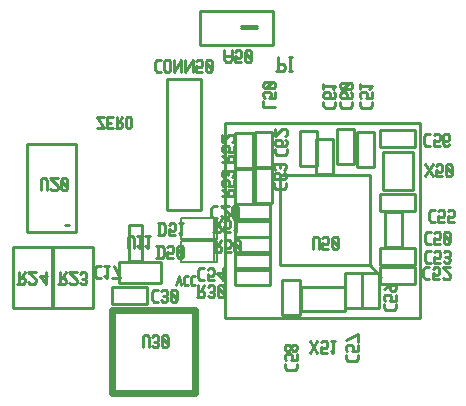
<source format=gbr>
G04 start of page 10 for group -4078 idx -4078 *
G04 Title: bluenodes actor 52832 19, bottomsilk *
G04 Creator: pcb.exe 20130205 *
G04 CreationDate: 10.05.2017 20:52:52 UTC *
G04 Format: Gerber/RS-274X *
G04 PCB-Dimensions (mil): 1496.06 1299.21 *
G04 PCB-Coordinate-Origin: lower left *
%MOIN*%
%FSLAX25Y25*%
%LNBOTTOMSILK*%
%ADD292C,0.0080*%
%ADD291C,0.0218*%
%ADD290C,0.0099*%
%ADD289C,0.0100*%
G54D289*X88946Y109388D02*Y113868D01*
X88386Y109388D02*X90626D01*
X91186Y109948D01*
Y111068D01*
X90626Y111628D02*X91186Y111068D01*
X88946Y111628D02*X90626D01*
X92530Y109388D02*X93650D01*
X93090D02*Y113868D01*
X92530D02*X93650D01*
X28701Y90378D02*X30926D01*
X28701Y93938D02*X30926Y90378D01*
X28701Y93938D02*X30926D01*
X31994Y91980D02*X33329D01*
X31994Y93938D02*X33774D01*
X31994Y90378D02*Y93938D01*
Y90378D02*X33774D01*
X34842D02*X36622D01*
X37067Y90823D01*
Y91713D01*
X36622Y92158D02*X37067Y91713D01*
X35287Y92158D02*X36622D01*
X35287Y90378D02*Y93938D01*
X35999Y92158D02*X37067Y93938D01*
X38135Y90823D02*Y93493D01*
Y90823D02*X38580Y90378D01*
X39470D01*
X39915Y90823D01*
Y93493D01*
X39470Y93938D02*X39915Y93493D01*
X38580Y93938D02*X39470D01*
X38135Y93493D02*X38580Y93938D01*
X55039Y37876D02*X55789Y40876D01*
X56539Y37876D01*
X57964Y40876D02*X58939D01*
X57439Y40351D02*X57964Y40876D01*
X57439Y38401D02*Y40351D01*
Y38401D02*X57964Y37876D01*
X58939D01*
X60364Y40876D02*X61339D01*
X59839Y40351D02*X60364Y40876D01*
X59839Y38401D02*Y40351D01*
Y38401D02*X60364Y37876D01*
X61339D01*
X469Y50712D02*X14097D01*
X469D02*Y30390D01*
X14097D01*
Y50712D02*Y30390D01*
X13658Y50712D02*X27286D01*
X13658D02*Y30390D01*
X27286D01*
Y50712D02*Y30390D01*
X50042Y45437D02*Y38501D01*
X36020Y45437D02*X50042D01*
X36020D02*Y38501D01*
X50042D01*
X39099Y46029D02*X43499D01*
Y58029D02*Y46029D01*
X39099Y57929D02*Y46129D01*
X39199Y58029D02*X43499D01*
X33501Y37208D02*Y31454D01*
X45161D01*
Y37208D02*Y31454D01*
X33501Y37208D02*X45161D01*
G54D290*X5315Y85039D02*X21457D01*
X5315D02*Y55512D01*
X21457D01*
Y85039D02*Y55512D01*
X17913Y57874D02*X19291D01*
G54D291*X33701Y1890D02*X61260D01*
Y29449D01*
X33701D01*
Y1890D01*
G54D290*X63386Y106693D02*Y62835D01*
Y106693D02*X63346Y106732D01*
X51811D02*X63346D01*
X51811D02*X51772Y106693D01*
Y62835D01*
X63386D01*
G54D289*X81178Y65233D02*X86932D01*
Y76893D01*
X81178D02*X86932D01*
X81178Y65233D02*Y76893D01*
X74682Y65036D02*X80436D01*
Y76696D02*Y65036D01*
X74682Y76696D02*X80436D01*
X74682D02*Y65036D01*
X134570Y68231D02*Y62477D01*
X122910Y68231D02*X134570D01*
X122910D02*Y62477D01*
X134570D01*
G54D292*X68748Y60390D02*Y53390D01*
X56748D02*X68748D01*
X56748Y60390D02*Y53390D01*
Y60390D02*X68748D01*
X67748D02*Y53390D01*
X68748Y52713D02*Y45713D01*
X56748D02*X68748D01*
X56748Y52713D02*Y45713D01*
Y52713D02*X68748D01*
X67748D02*Y45713D01*
G54D289*X124094Y82244D02*Y69646D01*
X133937D01*
Y82244D02*Y69646D01*
X124094Y82244D02*X133937D01*
X124485Y62129D02*X130239D01*
X124485D02*Y50469D01*
X130239D01*
Y62129D02*Y50469D01*
X101549Y86434D02*X107303D01*
X101549D02*Y74774D01*
X107303D01*
Y86434D02*Y74774D01*
X123022Y89555D02*Y83801D01*
X134682D01*
Y89555D02*Y83801D01*
X123022Y89555D02*X134682D01*
X108580Y78146D02*X114334D01*
Y89806D02*Y78146D01*
X108580Y89806D02*X114334D01*
X108580D02*Y78146D01*
X115221Y88832D02*X120975D01*
X115221D02*Y77172D01*
X120975D01*
Y88832D02*Y77172D01*
X74682Y64885D02*Y59131D01*
X86342D01*
Y64885D02*Y59131D01*
X74682Y64885D02*X86342D01*
X86302Y48743D02*Y42989D01*
X74642Y48743D02*X86302D01*
X74642D02*Y42989D01*
X86302D01*
X86342Y54019D02*Y48265D01*
X74682Y54019D02*X86342D01*
X74682D02*Y48265D01*
X86342D01*
Y59806D02*Y54052D01*
X74682Y59806D02*X86342D01*
X74682D02*Y54052D01*
X86342D01*
X86302Y43546D02*Y37792D01*
X74642Y43546D02*X86302D01*
X74642D02*Y37792D01*
X86302D01*
X96614Y29213D02*X111181D01*
Y37087D02*Y29213D01*
X96614Y37087D02*Y29213D01*
Y37087D02*X111181D01*
X90430Y27831D02*X96184D01*
Y39491D02*Y27831D01*
X90430Y39491D02*X96184D01*
X90430D02*Y27831D01*
X111099Y30194D02*X116853D01*
Y41854D02*Y30194D01*
X111099Y41854D02*X116853D01*
X111099D02*Y30194D01*
X117005D02*X122759D01*
Y41854D02*Y30194D01*
X117005Y41854D02*X122759D01*
X117005D02*Y30194D01*
X89567Y74409D02*Y44488D01*
X119488D01*
Y74409D02*Y44488D01*
X89567Y74409D02*X119488D01*
Y44488D02*X123425Y40551D01*
G54D290*X71417Y26969D02*X136378D01*
Y91929D01*
X71417D01*
Y26969D01*
G54D289*X134571Y50318D02*Y44564D01*
X122911Y50318D02*X134571D01*
X122911D02*Y44564D01*
X134571D01*
X122911Y44019D02*Y38265D01*
X134571D01*
Y44019D02*Y38265D01*
X122911Y44019D02*X134571D01*
G54D290*X62795Y117913D02*X87205D01*
Y129331D02*Y117913D01*
X62795Y129331D02*X87205D01*
X62795D02*Y117913D01*
X76575Y123425D02*X82087D01*
X76575Y124213D02*X82087D01*
G54D289*X81178Y88901D02*X86932D01*
X81178D02*Y77241D01*
X86932D01*
Y88901D02*Y77241D01*
X74682Y77044D02*X80436D01*
Y88704D02*Y77044D01*
X74682Y88704D02*X80436D01*
X74682D02*Y77044D01*
X96336Y77438D02*X102090D01*
Y89098D02*Y77438D01*
X96336Y89098D02*X102090D01*
X96336D02*Y77438D01*
X9843Y69504D02*Y73004D01*
X10343Y73504D01*
X11343D01*
X11843Y73004D01*
Y69504D02*Y73004D01*
X13043Y70004D02*X13543Y69504D01*
X15043D01*
X15543Y70004D01*
Y71004D01*
X13043Y73504D02*X15543Y71004D01*
X13043Y73504D02*X15543D01*
X16743Y73004D02*X17243Y73504D01*
X16743Y70004D02*Y73004D01*
Y70004D02*X17243Y69504D01*
X18243D01*
X18743Y70004D01*
Y73004D01*
X18243Y73504D02*X18743Y73004D01*
X17243Y73504D02*X18243D01*
X16743Y72504D02*X18743Y70504D01*
X2044Y38399D02*X4044D01*
X4544Y38899D01*
Y39899D01*
X4044Y40399D02*X4544Y39899D01*
X2544Y40399D02*X4044D01*
X2544Y38399D02*Y42399D01*
X3344Y40399D02*X4544Y42399D01*
X5744Y38899D02*X6244Y38399D01*
X7744D01*
X8244Y38899D01*
Y39899D01*
X5744Y42399D02*X8244Y39899D01*
X5744Y42399D02*X8244D01*
X9444Y40899D02*X11444Y38399D01*
X9444Y40899D02*X11944D01*
X11444Y38399D02*Y42399D01*
X15626Y38200D02*X17626D01*
X18126Y38700D01*
Y39700D01*
X17626Y40200D02*X18126Y39700D01*
X16126Y40200D02*X17626D01*
X16126Y38200D02*Y42200D01*
X16926Y40200D02*X18126Y42200D01*
X19326Y38700D02*X19826Y38200D01*
X21326D01*
X21826Y38700D01*
Y39700D01*
X19326Y42200D02*X21826Y39700D01*
X19326Y42200D02*X21826D01*
X23026Y38700D02*X23526Y38200D01*
X24526D01*
X25026Y38700D01*
X24526Y42200D02*X25026Y41700D01*
X23526Y42200D02*X24526D01*
X23026Y41700D02*X23526Y42200D01*
Y40000D02*X24526D01*
X25026Y38700D02*Y39500D01*
Y40500D02*Y41700D01*
Y40500D02*X24526Y40000D01*
X25026Y39500D02*X24526Y40000D01*
X28495Y44134D02*X29795D01*
X27795Y43434D02*X28495Y44134D01*
X27795Y40834D02*Y43434D01*
Y40834D02*X28495Y40134D01*
X29795D01*
X30995Y40934D02*X31795Y40134D01*
Y44134D01*
X30995D02*X32495D01*
X34195D02*X36195Y40134D01*
X33695D02*X36195D01*
X48535Y113071D02*X49835D01*
X47835Y112371D02*X48535Y113071D01*
X47835Y109771D02*Y112371D01*
Y109771D02*X48535Y109071D01*
X49835D01*
X51035Y109571D02*Y112571D01*
Y109571D02*X51535Y109071D01*
X52535D01*
X53035Y109571D01*
Y112571D01*
X52535Y113071D02*X53035Y112571D01*
X51535Y113071D02*X52535D01*
X51035Y112571D02*X51535Y113071D01*
X54235Y109071D02*Y113071D01*
Y109071D02*X56735Y113071D01*
Y109071D02*Y113071D01*
X57935Y109071D02*Y113071D01*
Y109071D02*X60435Y113071D01*
Y109071D02*Y113071D01*
X61635Y109071D02*X63635D01*
X61635D02*Y111071D01*
X62135Y110571D01*
X63135D01*
X63635Y111071D01*
Y112571D01*
X63135Y113071D02*X63635Y112571D01*
X62135Y113071D02*X63135D01*
X61635Y112571D02*X62135Y113071D01*
X64835Y112571D02*X65335Y113071D01*
X64835Y109571D02*Y112571D01*
Y109571D02*X65335Y109071D01*
X66335D01*
X66835Y109571D01*
Y112571D01*
X66335Y113071D02*X66835Y112571D01*
X65335Y113071D02*X66335D01*
X64835Y112071D02*X66835Y110071D01*
X87913Y81802D02*Y83102D01*
X88613Y81102D02*X87913Y81802D01*
X88613Y81102D02*X91213D01*
X91913Y81802D01*
Y83102D01*
Y85802D02*X91413Y86302D01*
X91913Y84802D02*Y85802D01*
X91413Y84302D02*X91913Y84802D01*
X88413Y84302D02*X91413D01*
X88413D02*X87913Y84802D01*
X90113Y85802D02*X89613Y86302D01*
X90113Y84302D02*Y85802D01*
X87913Y84802D02*Y85802D01*
X88413Y86302D01*
X89613D01*
X91413Y87502D02*X91913Y88002D01*
Y89502D01*
X91413Y90002D01*
X90413D02*X91413D01*
X87913Y87502D02*X90413Y90002D01*
X87913Y87502D02*Y90002D01*
X74197Y78543D02*Y80543D01*
X73697Y81043D01*
X72697D02*X73697D01*
X72197Y80543D02*X72697Y81043D01*
X72197Y79043D02*Y80543D01*
X70197Y79043D02*X74197D01*
X72197Y79843D02*X70197Y81043D01*
X74197Y82243D02*Y84243D01*
X72197Y82243D02*X74197D01*
X72197D02*X72697Y82743D01*
Y83743D01*
X72197Y84243D01*
X70697D02*X72197D01*
X70197Y83743D02*X70697Y84243D01*
X70197Y82743D02*Y83743D01*
X70697Y82243D02*X70197Y82743D01*
X73697Y85443D02*X74197Y85943D01*
Y87443D01*
X73697Y87943D01*
X72697D02*X73697D01*
X70197Y85443D02*X72697Y87943D01*
X70197Y85443D02*Y87943D01*
X71063Y113220D02*Y116220D01*
Y113220D02*X71763Y112220D01*
X72863D01*
X73563Y113220D01*
Y116220D01*
X71063Y114220D02*X73563D01*
X74763Y112220D02*X76763D01*
X74763D02*Y114220D01*
X75263Y113720D01*
X76263D01*
X76763Y114220D01*
Y115720D01*
X76263Y116220D02*X76763Y115720D01*
X75263Y116220D02*X76263D01*
X74763Y115720D02*X75263Y116220D01*
X77963Y115720D02*X78463Y116220D01*
X77963Y112720D02*Y115720D01*
Y112720D02*X78463Y112220D01*
X79463D01*
X79963Y112720D01*
Y115720D01*
X79463Y116220D02*X79963Y115720D01*
X78463Y116220D02*X79463D01*
X77963Y115220D02*X79963Y113220D01*
X84094Y97087D02*X88094D01*
X84094D02*Y99087D01*
X88094Y100287D02*Y102287D01*
X86094Y100287D02*X88094D01*
X86094D02*X86594Y100787D01*
Y101787D01*
X86094Y102287D01*
X84594D02*X86094D01*
X84094Y101787D02*X84594Y102287D01*
X84094Y100787D02*Y101787D01*
X84594Y100287D02*X84094Y100787D01*
X84594Y103487D02*X84094Y103987D01*
X84594Y103487D02*X87594D01*
X88094Y103987D01*
Y104987D01*
X87594Y105487D01*
X84594D02*X87594D01*
X84094Y104987D02*X84594Y105487D01*
X84094Y103987D02*Y104987D01*
X85094Y103487D02*X87094Y105487D01*
X109724Y97629D02*Y98929D01*
X110424Y96929D02*X109724Y97629D01*
X110424Y96929D02*X113024D01*
X113724Y97629D01*
Y98929D01*
Y101629D02*X113224Y102129D01*
X113724Y100629D02*Y101629D01*
X113224Y100129D02*X113724Y100629D01*
X110224Y100129D02*X113224D01*
X110224D02*X109724Y100629D01*
X111924Y101629D02*X111424Y102129D01*
X111924Y100129D02*Y101629D01*
X109724Y100629D02*Y101629D01*
X110224Y102129D01*
X111424D01*
X110224Y103329D02*X109724Y103829D01*
X110224Y103329D02*X113224D01*
X113724Y103829D01*
Y104829D01*
X113224Y105329D01*
X110224D02*X113224D01*
X109724Y104829D02*X110224Y105329D01*
X109724Y103829D02*Y104829D01*
X110724Y103329D02*X112724Y105329D01*
X104094Y97669D02*Y98969D01*
X104794Y96969D02*X104094Y97669D01*
X104794Y96969D02*X107394D01*
X108094Y97669D01*
Y98969D01*
Y101669D02*X107594Y102169D01*
X108094Y100669D02*Y101669D01*
X107594Y100169D02*X108094Y100669D01*
X104594Y100169D02*X107594D01*
X104594D02*X104094Y100669D01*
X106294Y101669D02*X105794Y102169D01*
X106294Y100169D02*Y101669D01*
X104094Y100669D02*Y101669D01*
X104594Y102169D01*
X105794D01*
X107294Y103369D02*X108094Y104169D01*
X104094D02*X108094D01*
X104094Y103369D02*Y104869D01*
X100551Y50016D02*Y53516D01*
X101051Y54016D01*
X102051D01*
X102551Y53516D01*
Y50016D02*Y53516D01*
X103751Y50016D02*X105751D01*
X103751D02*Y52016D01*
X104251Y51516D01*
X105251D01*
X105751Y52016D01*
Y53516D01*
X105251Y54016D02*X105751Y53516D01*
X104251Y54016D02*X105251D01*
X103751Y53516D02*X104251Y54016D01*
X106951Y53516D02*X107451Y54016D01*
X106951Y50516D02*Y53516D01*
Y50516D02*X107451Y50016D01*
X108451D01*
X108951Y50516D01*
Y53516D01*
X108451Y54016D02*X108951Y53516D01*
X107451Y54016D02*X108451D01*
X106951Y53016D02*X108951Y51016D01*
X124134Y30228D02*Y31528D01*
X124834Y29528D02*X124134Y30228D01*
X124834Y29528D02*X127434D01*
X128134Y30228D01*
Y31528D01*
Y32728D02*Y34728D01*
X126134Y32728D02*X128134D01*
X126134D02*X126634Y33228D01*
Y34228D01*
X126134Y34728D01*
X124634D02*X126134D01*
X124134Y34228D02*X124634Y34728D01*
X124134Y33228D02*Y34228D01*
X124634Y32728D02*X124134Y33228D01*
Y36428D02*X126134Y37928D01*
X127634D01*
X128134Y37428D02*X127634Y37928D01*
X128134Y36428D02*Y37428D01*
X127634Y35928D02*X128134Y36428D01*
X126634Y35928D02*X127634D01*
X126634D02*X126134Y36428D01*
Y37928D01*
X137992Y78228D02*X140492Y74228D01*
X137992D02*X140492Y78228D01*
X141692Y74228D02*X143692D01*
X141692D02*Y76228D01*
X142192Y75728D01*
X143192D01*
X143692Y76228D01*
Y77728D01*
X143192Y78228D02*X143692Y77728D01*
X142192Y78228D02*X143192D01*
X141692Y77728D02*X142192Y78228D01*
X144892Y77728D02*X145392Y78228D01*
X144892Y74728D02*Y77728D01*
Y74728D02*X145392Y74228D01*
X146392D01*
X146892Y74728D01*
Y77728D01*
X146392Y78228D02*X146892Y77728D01*
X145392Y78228D02*X146392D01*
X144892Y77228D02*X146892Y75228D01*
X138298Y88268D02*X139598D01*
X137598Y87568D02*X138298Y88268D01*
X137598Y84968D02*Y87568D01*
Y84968D02*X138298Y84268D01*
X139598D01*
X140798D02*X142798D01*
X140798D02*Y86268D01*
X141298Y85768D01*
X142298D01*
X142798Y86268D01*
Y87768D01*
X142298Y88268D02*X142798Y87768D01*
X141298Y88268D02*X142298D01*
X140798Y87768D02*X141298Y88268D01*
X145498Y84268D02*X145998Y84768D01*
X144498Y84268D02*X145498D01*
X143998Y84768D02*X144498Y84268D01*
X143998Y84768D02*Y87768D01*
X144498Y88268D01*
X145498Y86068D02*X145998Y86568D01*
X143998Y86068D02*X145498D01*
X144498Y88268D02*X145498D01*
X145998Y87768D01*
Y86568D02*Y87768D01*
X139873Y63071D02*X141173D01*
X139173Y62371D02*X139873Y63071D01*
X139173Y59771D02*Y62371D01*
Y59771D02*X139873Y59071D01*
X141173D01*
X142373D02*X144373D01*
X142373D02*Y61071D01*
X142873Y60571D01*
X143873D01*
X144373Y61071D01*
Y62571D01*
X143873Y63071D02*X144373Y62571D01*
X142873Y63071D02*X143873D01*
X142373Y62571D02*X142873Y63071D01*
X145573Y59071D02*X147573D01*
X145573D02*Y61071D01*
X146073Y60571D01*
X147073D01*
X147573Y61071D01*
Y62571D01*
X147073Y63071D02*X147573Y62571D01*
X146073Y63071D02*X147073D01*
X145573Y62571D02*X146073Y63071D01*
X138495Y49291D02*X139795D01*
X137795Y48591D02*X138495Y49291D01*
X137795Y45991D02*Y48591D01*
Y45991D02*X138495Y45291D01*
X139795D01*
X140995D02*X142995D01*
X140995D02*Y47291D01*
X141495Y46791D01*
X142495D01*
X142995Y47291D01*
Y48791D01*
X142495Y49291D02*X142995Y48791D01*
X141495Y49291D02*X142495D01*
X140995Y48791D02*X141495Y49291D01*
X144195Y45791D02*X144695Y45291D01*
X145695D01*
X146195Y45791D01*
X145695Y49291D02*X146195Y48791D01*
X144695Y49291D02*X145695D01*
X144195Y48791D02*X144695Y49291D01*
Y47091D02*X145695D01*
X146195Y45791D02*Y46591D01*
Y47591D02*Y48791D01*
Y47591D02*X145695Y47091D01*
X146195Y46591D02*X145695Y47091D01*
X138102Y43780D02*X139402D01*
X137402Y43080D02*X138102Y43780D01*
X137402Y40480D02*Y43080D01*
Y40480D02*X138102Y39780D01*
X139402D01*
X140602D02*X142602D01*
X140602D02*Y41780D01*
X141102Y41280D01*
X142102D01*
X142602Y41780D01*
Y43280D01*
X142102Y43780D02*X142602Y43280D01*
X141102Y43780D02*X142102D01*
X140602Y43280D02*X141102Y43780D01*
X143802Y40280D02*X144302Y39780D01*
X145802D01*
X146302Y40280D01*
Y41280D01*
X143802Y43780D02*X146302Y41280D01*
X143802Y43780D02*X146302D01*
X138495Y55591D02*X139795D01*
X137795Y54891D02*X138495Y55591D01*
X137795Y52291D02*Y54891D01*
Y52291D02*X138495Y51591D01*
X139795D01*
X140995D02*X142995D01*
X140995D02*Y53591D01*
X141495Y53091D01*
X142495D01*
X142995Y53591D01*
Y55091D01*
X142495Y55591D02*X142995Y55091D01*
X141495Y55591D02*X142495D01*
X140995Y55091D02*X141495Y55591D01*
X144195Y55091D02*X144695Y55591D01*
X144195Y52091D02*Y55091D01*
Y52091D02*X144695Y51591D01*
X145695D01*
X146195Y52091D01*
Y55091D01*
X145695Y55591D02*X146195Y55091D01*
X144695Y55591D02*X145695D01*
X144195Y54591D02*X146195Y52591D01*
X116142Y97669D02*Y98969D01*
X116842Y96969D02*X116142Y97669D01*
X116842Y96969D02*X119442D01*
X120142Y97669D01*
Y98969D01*
Y100169D02*Y102169D01*
X118142Y100169D02*X120142D01*
X118142D02*X118642Y100669D01*
Y101669D01*
X118142Y102169D01*
X116642D02*X118142D01*
X116142Y101669D02*X116642Y102169D01*
X116142Y100669D02*Y101669D01*
X116642Y100169D02*X116142Y100669D01*
X119342Y103369D02*X120142Y104169D01*
X116142D02*X120142D01*
X116142Y103369D02*Y104869D01*
X49398Y54465D02*Y58465D01*
X50698Y54465D02*X51398Y55165D01*
Y57765D01*
X50698Y58465D02*X51398Y57765D01*
X48898Y58465D02*X50698D01*
X48898Y54465D02*X50698D01*
X52598D02*X54598D01*
X52598D02*Y56465D01*
X53098Y55965D01*
X54098D01*
X54598Y56465D01*
Y57965D01*
X54098Y58465D02*X54598Y57965D01*
X53098Y58465D02*X54098D01*
X52598Y57965D02*X53098Y58465D01*
X55798Y55265D02*X56598Y54465D01*
Y58465D01*
X55798D02*X57298D01*
X48886Y46945D02*Y50945D01*
X50186Y46945D02*X50886Y47645D01*
Y50245D01*
X50186Y50945D02*X50886Y50245D01*
X48386Y50945D02*X50186D01*
X48386Y46945D02*X50186D01*
X52086D02*X54086D01*
X52086D02*Y48945D01*
X52586Y48445D01*
X53586D01*
X54086Y48945D01*
Y50445D01*
X53586Y50945D02*X54086Y50445D01*
X52586Y50945D02*X53586D01*
X52086Y50445D02*X52586Y50945D01*
X55286Y50445D02*X55786Y50945D01*
X55286Y47445D02*Y50445D01*
Y47445D02*X55786Y46945D01*
X56786D01*
X57286Y47445D01*
Y50445D01*
X56786Y50945D02*X57286Y50445D01*
X55786Y50945D02*X56786D01*
X55286Y49945D02*X57286Y47945D01*
X38858Y50213D02*Y53713D01*
X39358Y54213D01*
X40358D01*
X40858Y53713D01*
Y50213D02*Y53713D01*
X42058Y51013D02*X42858Y50213D01*
Y54213D01*
X42058D02*X43558D01*
X44758Y51013D02*X45558Y50213D01*
Y54213D01*
X44758D02*X46258D01*
X47550Y36378D02*X48850D01*
X46850Y35678D02*X47550Y36378D01*
X46850Y33078D02*Y35678D01*
Y33078D02*X47550Y32378D01*
X48850D01*
X50050Y32878D02*X50550Y32378D01*
X51550D01*
X52050Y32878D01*
X51550Y36378D02*X52050Y35878D01*
X50550Y36378D02*X51550D01*
X50050Y35878D02*X50550Y36378D01*
Y34178D02*X51550D01*
X52050Y32878D02*Y33678D01*
Y34678D02*Y35878D01*
Y34678D02*X51550Y34178D01*
X52050Y33678D02*X51550Y34178D01*
X53250Y35878D02*X53750Y36378D01*
X53250Y32878D02*Y35878D01*
Y32878D02*X53750Y32378D01*
X54750D01*
X55250Y32878D01*
Y35878D01*
X54750Y36378D02*X55250Y35878D01*
X53750Y36378D02*X54750D01*
X53250Y35378D02*X55250Y33378D01*
X63062Y43504D02*X64362D01*
X62362Y42804D02*X63062Y43504D01*
X62362Y40204D02*Y42804D01*
Y40204D02*X63062Y39504D01*
X64362D01*
X65562D02*X67562D01*
X65562D02*Y41504D01*
X66062Y41004D01*
X67062D01*
X67562Y41504D01*
Y43004D01*
X67062Y43504D02*X67562Y43004D01*
X66062Y43504D02*X67062D01*
X65562Y43004D02*X66062Y43504D01*
X68762Y42004D02*X70762Y39504D01*
X68762Y42004D02*X71262D01*
X70762Y39504D02*Y43504D01*
X61929Y33756D02*X63929D01*
X64429Y34256D01*
Y35256D01*
X63929Y35756D02*X64429Y35256D01*
X62429Y35756D02*X63929D01*
X62429Y33756D02*Y37756D01*
X63229Y35756D02*X64429Y37756D01*
X65629Y34256D02*X66129Y33756D01*
X67129D01*
X67629Y34256D01*
X67129Y37756D02*X67629Y37256D01*
X66129Y37756D02*X67129D01*
X65629Y37256D02*X66129Y37756D01*
Y35556D02*X67129D01*
X67629Y34256D02*Y35056D01*
Y36056D02*Y37256D01*
Y36056D02*X67129Y35556D01*
X67629Y35056D02*X67129Y35556D01*
X68829Y37256D02*X69329Y37756D01*
X68829Y34256D02*Y37256D01*
Y34256D02*X69329Y33756D01*
X70329D01*
X70829Y34256D01*
Y37256D01*
X70329Y37756D02*X70829Y37256D01*
X69329Y37756D02*X70329D01*
X68829Y36756D02*X70829Y34756D01*
X67432Y64252D02*X68732D01*
X66732Y63552D02*X67432Y64252D01*
X66732Y60952D02*Y63552D01*
Y60952D02*X67432Y60252D01*
X68732D01*
X69932Y60752D02*X70432Y60252D01*
X71932D01*
X72432Y60752D01*
Y61752D01*
X69932Y64252D02*X72432Y61752D01*
X69932Y64252D02*X72432D01*
X73632Y63752D02*X74132Y64252D01*
X73632Y60752D02*Y63752D01*
Y60752D02*X74132Y60252D01*
X75132D01*
X75632Y60752D01*
Y63752D01*
X75132Y64252D02*X75632Y63752D01*
X74132Y64252D02*X75132D01*
X73632Y63252D02*X75632Y61252D01*
X87520Y70582D02*Y71882D01*
X88220Y69882D02*X87520Y70582D01*
X88220Y69882D02*X90820D01*
X91520Y70582D01*
Y71882D01*
Y74582D02*X91020Y75082D01*
X91520Y73582D02*Y74582D01*
X91020Y73082D02*X91520Y73582D01*
X88020Y73082D02*X91020D01*
X88020D02*X87520Y73582D01*
X89720Y74582D02*X89220Y75082D01*
X89720Y73082D02*Y74582D01*
X87520Y73582D02*Y74582D01*
X88020Y75082D01*
X89220D01*
X91020Y76282D02*X91520Y76782D01*
Y77782D01*
X91020Y78282D01*
X87520Y77782D02*X88020Y78282D01*
X87520Y76782D02*Y77782D01*
X88020Y76282D02*X87520Y76782D01*
X89720D02*Y77782D01*
X90220Y78282D02*X91020D01*
X88020D02*X89220D01*
X89720Y77782D01*
X90220Y78282D02*X89720Y77782D01*
X67520Y48795D02*X69520D01*
X70020Y49295D01*
Y50295D01*
X69520Y50795D02*X70020Y50295D01*
X68020Y50795D02*X69520D01*
X68020Y48795D02*Y52795D01*
X68820Y50795D02*X70020Y52795D01*
X71220Y48795D02*X73220D01*
X71220D02*Y50795D01*
X71720Y50295D01*
X72720D01*
X73220Y50795D01*
Y52295D01*
X72720Y52795D02*X73220Y52295D01*
X71720Y52795D02*X72720D01*
X71220Y52295D02*X71720Y52795D01*
X74420Y52295D02*X74920Y52795D01*
X74420Y49295D02*Y52295D01*
Y49295D02*X74920Y48795D01*
X75920D01*
X76420Y49295D01*
Y52295D01*
X75920Y52795D02*X76420Y52295D01*
X74920Y52795D02*X75920D01*
X74420Y51795D02*X76420Y49795D01*
X67323Y55567D02*X69323D01*
X69823Y56067D01*
Y57067D01*
X69323Y57567D02*X69823Y57067D01*
X67823Y57567D02*X69323D01*
X67823Y55567D02*Y59567D01*
X68623Y57567D02*X69823Y59567D01*
X71023Y55567D02*X73023D01*
X71023D02*Y57567D01*
X71523Y57067D01*
X72523D01*
X73023Y57567D01*
Y59067D01*
X72523Y59567D02*X73023Y59067D01*
X71523Y59567D02*X72523D01*
X71023Y59067D02*X71523Y59567D01*
X74223Y56367D02*X75023Y55567D01*
Y59567D01*
X74223D02*X75723D01*
X74197Y67126D02*Y69126D01*
X73697Y69626D01*
X72697D02*X73697D01*
X72197Y69126D02*X72697Y69626D01*
X72197Y67626D02*Y69126D01*
X70197Y67626D02*X74197D01*
X72197Y68426D02*X70197Y69626D01*
X74197Y70826D02*Y72826D01*
X72197Y70826D02*X74197D01*
X72197D02*X72697Y71326D01*
Y72326D01*
X72197Y72826D01*
X70697D02*X72197D01*
X70197Y72326D02*X70697Y72826D01*
X70197Y71326D02*Y72326D01*
X70697Y70826D02*X70197Y71326D01*
X73697Y74026D02*X74197Y74526D01*
Y75526D01*
X73697Y76026D01*
X70197Y75526D02*X70697Y76026D01*
X70197Y74526D02*Y75526D01*
X70697Y74026D02*X70197Y74526D01*
X72397D02*Y75526D01*
X72897Y76026D02*X73697D01*
X70697D02*X71897D01*
X72397Y75526D01*
X72897Y76026D02*X72397Y75526D01*
X99567Y19252D02*X102067Y15252D01*
X99567D02*X102067Y19252D01*
X103267Y15252D02*X105267D01*
X103267D02*Y17252D01*
X103767Y16752D01*
X104767D01*
X105267Y17252D01*
Y18752D01*
X104767Y19252D02*X105267Y18752D01*
X103767Y19252D02*X104767D01*
X103267Y18752D02*X103767Y19252D01*
X106467Y16052D02*X107267Y15252D01*
Y19252D01*
X106467D02*X107967D01*
X111535Y13298D02*Y14598D01*
X112235Y12598D02*X111535Y13298D01*
X112235Y12598D02*X114835D01*
X115535Y13298D01*
Y14598D01*
Y15798D02*Y17798D01*
X113535Y15798D02*X115535D01*
X113535D02*X114035Y16298D01*
Y17298D01*
X113535Y17798D01*
X112035D02*X113535D01*
X111535Y17298D02*X112035Y17798D01*
X111535Y16298D02*Y17298D01*
X112035Y15798D02*X111535Y16298D01*
Y19498D02*X115535Y21498D01*
Y18998D02*Y21498D01*
X91260Y10346D02*Y11646D01*
X91960Y9646D02*X91260Y10346D01*
X91960Y9646D02*X94560D01*
X95260Y10346D01*
Y11646D01*
Y12846D02*Y14846D01*
X93260Y12846D02*X95260D01*
X93260D02*X93760Y13346D01*
Y14346D01*
X93260Y14846D01*
X91760D02*X93260D01*
X91260Y14346D02*X91760Y14846D01*
X91260Y13346D02*Y14346D01*
X91760Y12846D02*X91260Y13346D01*
X91760Y16046D02*X91260Y16546D01*
X91760Y16046D02*X92560D01*
X93260Y16746D01*
Y17346D01*
X92560Y18046D01*
X91760D02*X92560D01*
X91260Y17546D02*X91760Y18046D01*
X91260Y16546D02*Y17546D01*
X93960Y16046D02*X93260Y16746D01*
X93960Y16046D02*X94760D01*
X95260Y16546D01*
Y17546D01*
X94760Y18046D01*
X93960D02*X94760D01*
X93260Y17346D02*X93960Y18046D01*
X43780Y17220D02*Y20720D01*
X44280Y21220D01*
X45280D01*
X45780Y20720D01*
Y17220D02*Y20720D01*
X46980Y17720D02*X47480Y17220D01*
X48480D01*
X48980Y17720D01*
X48480Y21220D02*X48980Y20720D01*
X47480Y21220D02*X48480D01*
X46980Y20720D02*X47480Y21220D01*
Y19020D02*X48480D01*
X48980Y17720D02*Y18520D01*
Y19520D02*Y20720D01*
Y19520D02*X48480Y19020D01*
X48980Y18520D02*X48480Y19020D01*
X50180Y20720D02*X50680Y21220D01*
X50180Y17720D02*Y20720D01*
Y17720D02*X50680Y17220D01*
X51680D01*
X52180Y17720D01*
Y20720D01*
X51680Y21220D02*X52180Y20720D01*
X50680Y21220D02*X51680D01*
X50180Y20220D02*X52180Y18220D01*
M02*

</source>
